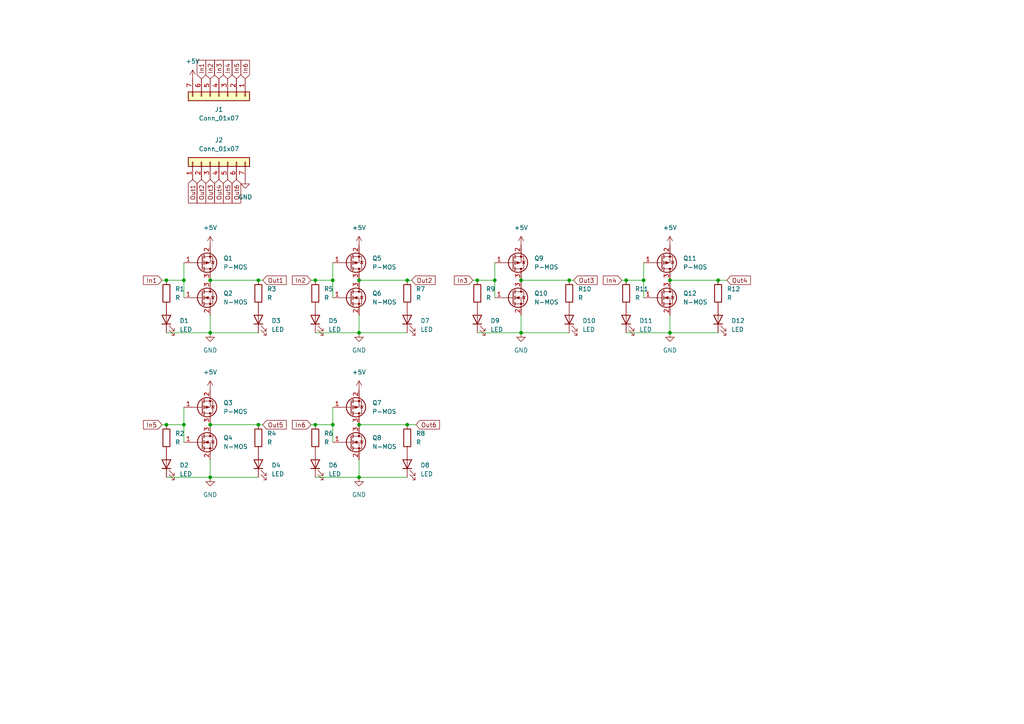
<source format=kicad_sch>
(kicad_sch (version 20211123) (generator eeschema)
  (paper "A4")
  (lib_symbols
    (symbol "Connector_Generic:Conn_01x07" (pin_names (offset 1.016) hide)
      (property "Reference" "J" (at 0 10.16 0))
      (property "Value" "Conn_01x07" (at 0 -10.16 0))
      (symbol "Conn_01x07_1_1"
        (rectangle (start -1.27 -7.493) (end 0 -7.747) (stroke (width 0.1524)))
        (rectangle (start -1.27 -4.953) (end 0 -5.207) (stroke (width 0.1524)))
        (rectangle (start -1.27 -2.413) (end 0 -2.667) (stroke (width 0.1524)))
        (rectangle (start -1.27 0.127) (end 0 -0.127) (stroke (width 0.1524)))
        (rectangle (start -1.27 2.667) (end 0 2.413) (stroke (width 0.1524)))
        (rectangle (start -1.27 5.207) (end 0 4.953) (stroke (width 0.1524)))
        (rectangle (start -1.27 7.747) (end 0 7.493) (stroke (width 0.1524)))
        (rectangle (start -1.27 8.89) (end 1.27 -8.89) (stroke (width 0.254)) (fill (type background)))
        (pin passive line (at -5.08 7.62 0) (length 3.81) (name "Pin_1") (number "1"))
        (pin passive line (at -5.08 5.08 0) (length 3.81) (name "Pin_2") (number "2"))
        (pin passive line (at -5.08 2.54 0) (length 3.81) (name "Pin_3") (number "3"))
        (pin passive line (at -5.08 0 0) (length 3.81) (name "Pin_4") (number "4"))
        (pin passive line (at -5.08 -2.54 0) (length 3.81) (name "Pin_5") (number "5"))
        (pin passive line (at -5.08 -5.08 0) (length 3.81) (name "Pin_6") (number "6"))
        (pin passive line (at -5.08 -7.62 0) (length 3.81) (name "Pin_7") (number "7"))
      )
    )
    (symbol "Device:LED" (pin_numbers hide) (pin_names (offset 1.016) hide)
      (property "Reference" "D" (at 0 2.54 0))
      (property "Value" "LED" (at 0 -2.54 0))
      (symbol "LED_0_1"
        (polyline (pts (xy -1.27 -1.27) (xy -1.27 1.27)) (stroke (width 0.254)))
        (polyline (pts (xy -1.27 0) (xy 1.27 0)))
        (polyline (pts (xy 1.27 -1.27) (xy 1.27 1.27) (xy -1.27 0) (xy 1.27 -1.27)) (stroke (width 0.254)))
        (polyline (pts (xy -3.048 -0.762) (xy -4.572 -2.286) (xy -3.81 -2.286) (xy -4.572 -2.286) (xy -4.572 -1.524)))
        (polyline (pts (xy -1.778 -0.762) (xy -3.302 -2.286) (xy -2.54 -2.286) (xy -3.302 -2.286) (xy -3.302 -1.524)))
      )
      (symbol "LED_1_1"
        (pin passive line (at -3.81 0 0) (length 2.54) (name "K") (number "1"))
        (pin passive line (at 3.81 0 180) (length 2.54) (name "A") (number "2"))
      )
    )
    (symbol "Device:R" (pin_numbers hide) (pin_names (offset 0))
      (property "Reference" "R" (at 2.032 0 90))
      (property "Value" "R" (at 0 0 90))
      (symbol "R_0_1"
        (rectangle (start -1.016 -2.54) (end 1.016 2.54) (stroke (width 0.254)))
      )
      (symbol "R_1_1"
        (pin passive line (at 0 3.81 270) (length 1.27) (name "~") (number "1"))
        (pin passive line (at 0 -3.81 90) (length 1.27) (name "~") (number "2"))
      )
    )
    (symbol "mos_sym:N-MOS" (pin_names hide)
      (property "Reference" "Q" (at 5.08 1.905 0))
      (property "Value" "N-MOS" (at 5.08 0 0))
      (symbol "N-MOS_0_1"
        (polyline (pts (xy 0.254 0) (xy -2.54 0)))
        (polyline (pts (xy 0.254 1.905) (xy 0.254 -1.905)) (stroke (width 0.254)))
        (polyline (pts (xy 0.762 -1.27) (xy 0.762 -2.286)) (stroke (width 0.254)))
        (polyline (pts (xy 0.762 0.508) (xy 0.762 -0.508)) (stroke (width 0.254)))
        (polyline (pts (xy 0.762 2.286) (xy 0.762 1.27)) (stroke (width 0.254)))
        (polyline (pts (xy 2.54 2.54) (xy 2.54 1.778)))
        (polyline (pts (xy 2.54 -2.54) (xy 2.54 0) (xy 0.762 0)))
        (polyline (pts (xy 0.762 -1.778) (xy 3.302 -1.778) (xy 3.302 1.778) (xy 0.762 1.778)))
        (polyline (pts (xy 1.016 0) (xy 2.032 0.381) (xy 2.032 -0.381) (xy 1.016 0)) (fill (type outline)))
        (polyline (pts (xy 2.794 0.508) (xy 2.921 0.381) (xy 3.683 0.381) (xy 3.81 0.254)))
        (polyline (pts (xy 3.302 0.381) (xy 2.921 -0.254) (xy 3.683 -0.254) (xy 3.302 0.381)))
        (circle (center 1.651 0) (radius 2.794) (stroke (width 0.254)))
        (circle (center 2.54 -1.778) (radius 0.254) (fill (type outline)))
        (circle (center 2.54 1.778) (radius 0.254) (fill (type outline)))
      )
      (symbol "N-MOS_1_1"
        (pin input line (at -5.08 0 0) (length 2.54) (name "G") (number "1"))
        (pin passive line (at 2.54 -5.08 90) (length 2.54) (name "S") (number "2"))
        (pin passive line (at 2.54 5.08 270) (length 2.54) (name "D") (number "3"))
      )
    )
    (symbol "mos_sym:P-MOS" (pin_names hide)
      (property "Reference" "Q" (at 5.08 1.905 0))
      (property "Value" "P-MOS" (at 5.08 0 0))
      (symbol "P-MOS_0_1"
        (polyline (pts (xy 0.254 0) (xy -2.54 0)))
        (polyline (pts (xy 0.254 1.905) (xy 0.254 -1.905)) (stroke (width 0.254)))
        (polyline (pts (xy 0.762 -1.27) (xy 0.762 -2.286)) (stroke (width 0.254)))
        (polyline (pts (xy 0.762 0.508) (xy 0.762 -0.508)) (stroke (width 0.254)))
        (polyline (pts (xy 0.762 2.286) (xy 0.762 1.27)) (stroke (width 0.254)))
        (polyline (pts (xy 2.54 2.54) (xy 2.54 1.778)))
        (polyline (pts (xy 2.54 -2.54) (xy 2.54 0) (xy 0.762 0)))
        (polyline (pts (xy 0.762 1.778) (xy 3.302 1.778) (xy 3.302 -1.778) (xy 0.762 -1.778)))
        (polyline (pts (xy 2.286 0) (xy 1.27 0.381) (xy 1.27 -0.381) (xy 2.286 0)) (fill (type outline)))
        (polyline (pts (xy 2.794 -0.508) (xy 2.921 -0.381) (xy 3.683 -0.381) (xy 3.81 -0.254)))
        (polyline (pts (xy 3.302 -0.381) (xy 2.921 0.254) (xy 3.683 0.254) (xy 3.302 -0.381)))
        (circle (center 1.651 0) (radius 2.794) (stroke (width 0.254)))
        (circle (center 2.54 -1.778) (radius 0.254) (fill (type outline)))
        (circle (center 2.54 1.778) (radius 0.254) (fill (type outline)))
      )
      (symbol "P-MOS_1_1"
        (pin input line (at -5.08 0 0) (length 2.54) (name "G") (number "1"))
        (pin passive line (at 2.54 -5.08 90) (length 2.54) (name "S") (number "2"))
        (pin passive line (at 2.54 5.08 270) (length 2.54) (name "D") (number "3"))
      )
    )
    (symbol "power:+5V" (power) (pin_names (offset 0))
      (property "Value" "+5V" (at 0 3.556 0))
      (symbol "+5V_0_1"
        (polyline (pts (xy -0.762 1.27) (xy 0 2.54)))
        (polyline (pts (xy 0 0) (xy 0 2.54)))
        (polyline (pts (xy 0 2.54) (xy 0.762 1.27)))
      )
      (symbol "+5V_1_1"
        (pin power_in line (at 0 0 90) (length 0) hide (name "+5V") (number "1"))
      )
    )
    (symbol "power:GND" (power) (pin_names (offset 0))
      (property "Value" "GND" (at 0 -3.81 0))
      (symbol "GND_0_1"
        (polyline (pts (xy 0 0) (xy 0 -1.27) (xy 1.27 -1.27) (xy 0 -2.54) (xy -1.27 -1.27) (xy 0 -1.27)))
      )
      (symbol "GND_1_1"
        (pin power_in line (at 0 0 270) (length 0) hide (name "GND") (number "1"))
      )
    )
  )
  (junction (at 53.34 123.19))
  (junction (at 118.11 123.19))
  (junction (at 151.13 81.28))
  (junction (at 91.44 81.28))
  (junction (at 60.96 138.43))
  (junction (at 96.52 123.19))
  (junction (at 74.93 81.28))
  (junction (at 104.14 123.19))
  (junction (at 104.14 81.28))
  (junction (at 138.43 81.28))
  (junction (at 194.31 96.52))
  (junction (at 104.14 96.52))
  (junction (at 96.52 81.28))
  (junction (at 48.26 81.28))
  (junction (at 74.93 123.19))
  (junction (at 48.26 123.19))
  (junction (at 151.13 96.52))
  (junction (at 186.69 81.28))
  (junction (at 91.44 123.19))
  (junction (at 60.96 81.28))
  (junction (at 181.61 81.28))
  (junction (at 165.1 81.28))
  (junction (at 60.96 123.19))
  (junction (at 143.51 81.28))
  (junction (at 194.31 81.28))
  (junction (at 208.28 81.28))
  (junction (at 60.96 96.52))
  (junction (at 53.34 81.28))
  (junction (at 118.11 81.28))
  (junction (at 104.14 138.43))
  (wire (pts (xy 104.14 91.44) (xy 104.14 96.52)))
  (wire (pts (xy 60.96 81.28) (xy 74.93 81.28)))
  (wire (pts (xy 46.99 123.19) (xy 48.26 123.19)))
  (wire (pts (xy 151.13 91.44) (xy 151.13 96.52)))
  (wire (pts (xy 137.16 81.28) (xy 138.43 81.28)))
  (wire (pts (xy 46.99 81.28) (xy 48.26 81.28)))
  (wire (pts (xy 60.96 123.19) (xy 74.93 123.19)))
  (wire (pts (xy 180.34 81.28) (xy 181.61 81.28)))
  (wire (pts (xy 76.2 81.28) (xy 74.93 81.28)))
  (wire (pts (xy 53.34 118.11) (xy 53.34 123.19)))
  (wire (pts (xy 90.17 123.19) (xy 91.44 123.19)))
  (wire (pts (xy 119.38 81.28) (xy 118.11 81.28)))
  (wire (pts (xy 194.31 96.52) (xy 208.28 96.52)))
  (wire (pts (xy 210.82 81.28) (xy 208.28 81.28)))
  (wire (pts (xy 138.43 96.52) (xy 151.13 96.52)))
  (wire (pts (xy 104.14 96.52) (xy 118.11 96.52)))
  (wire (pts (xy 91.44 96.52) (xy 104.14 96.52)))
  (wire (pts (xy 166.37 81.28) (xy 165.1 81.28)))
  (wire (pts (xy 186.69 76.2) (xy 186.69 81.28)))
  (wire (pts (xy 104.14 138.43) (xy 118.11 138.43)))
  (wire (pts (xy 53.34 123.19) (xy 53.34 128.27)))
  (wire (pts (xy 120.65 123.19) (xy 118.11 123.19)))
  (wire (pts (xy 104.14 81.28) (xy 118.11 81.28)))
  (wire (pts (xy 104.14 133.35) (xy 104.14 138.43)))
  (wire (pts (xy 96.52 118.11) (xy 96.52 123.19)))
  (wire (pts (xy 76.2 123.19) (xy 74.93 123.19)))
  (wire (pts (xy 91.44 81.28) (xy 96.52 81.28)))
  (wire (pts (xy 60.96 138.43) (xy 74.93 138.43)))
  (wire (pts (xy 96.52 123.19) (xy 96.52 128.27)))
  (wire (pts (xy 138.43 81.28) (xy 143.51 81.28)))
  (wire (pts (xy 194.31 81.28) (xy 208.28 81.28)))
  (wire (pts (xy 96.52 81.28) (xy 96.52 86.36)))
  (wire (pts (xy 194.31 91.44) (xy 194.31 96.52)))
  (wire (pts (xy 60.96 96.52) (xy 74.93 96.52)))
  (wire (pts (xy 104.14 123.19) (xy 118.11 123.19)))
  (wire (pts (xy 53.34 76.2) (xy 53.34 81.28)))
  (wire (pts (xy 91.44 138.43) (xy 104.14 138.43)))
  (wire (pts (xy 181.61 96.52) (xy 194.31 96.52)))
  (wire (pts (xy 90.17 81.28) (xy 91.44 81.28)))
  (wire (pts (xy 143.51 81.28) (xy 143.51 86.36)))
  (wire (pts (xy 143.51 76.2) (xy 143.51 81.28)))
  (wire (pts (xy 151.13 96.52) (xy 165.1 96.52)))
  (wire (pts (xy 48.26 96.52) (xy 60.96 96.52)))
  (wire (pts (xy 151.13 81.28) (xy 165.1 81.28)))
  (wire (pts (xy 53.34 81.28) (xy 53.34 86.36)))
  (wire (pts (xy 181.61 81.28) (xy 186.69 81.28)))
  (wire (pts (xy 48.26 123.19) (xy 53.34 123.19)))
  (wire (pts (xy 48.26 138.43) (xy 60.96 138.43)))
  (wire (pts (xy 186.69 81.28) (xy 186.69 86.36)))
  (wire (pts (xy 96.52 76.2) (xy 96.52 81.28)))
  (wire (pts (xy 91.44 123.19) (xy 96.52 123.19)))
  (wire (pts (xy 60.96 91.44) (xy 60.96 96.52)))
  (wire (pts (xy 60.96 133.35) (xy 60.96 138.43)))
  (wire (pts (xy 48.26 81.28) (xy 53.34 81.28)))
  (global_label "Out6" (shape input) (at 120.65 123.19 0) (property "Intersheet References" "${INTERSHEET_REFS}" (effects hide)))
  (global_label "In4" (shape input) (at 180.34 81.28 180) (property "Intersheet References" "${INTERSHEET_REFS}" (effects hide)))
  (global_label "In2" (shape input) (at 60.96 22.86 90) (property "Intersheet References" "${INTERSHEET_REFS}" (effects hide)))
  (global_label "Out2" (shape input) (at 119.38 81.28 0) (property "Intersheet References" "${INTERSHEET_REFS}" (effects hide)))
  (global_label "In3" (shape input) (at 137.16 81.28 180) (property "Intersheet References" "${INTERSHEET_REFS}" (effects hide)))
  (global_label "Out3" (shape input) (at 166.37 81.28 0) (property "Intersheet References" "${INTERSHEET_REFS}" (effects hide)))
  (global_label "In3" (shape input) (at 63.5 22.86 90) (property "Intersheet References" "${INTERSHEET_REFS}" (effects hide)))
  (global_label "In6" (shape input) (at 90.17 123.19 180) (property "Intersheet References" "${INTERSHEET_REFS}" (effects hide)))
  (global_label "Out2" (shape input) (at 58.42 52.07 270) (property "Intersheet References" "${INTERSHEET_REFS}" (effects hide)))
  (global_label "In4" (shape input) (at 66.04 22.86 90) (property "Intersheet References" "${INTERSHEET_REFS}" (effects hide)))
  (global_label "Out4" (shape input) (at 210.82 81.28 0) (property "Intersheet References" "${INTERSHEET_REFS}" (effects hide)))
  (global_label "Out6" (shape input) (at 68.58 52.07 270) (property "Intersheet References" "${INTERSHEET_REFS}" (effects hide)))
  (global_label "In2" (shape input) (at 90.17 81.28 180) (property "Intersheet References" "${INTERSHEET_REFS}" (effects hide)))
  (global_label "In6" (shape input) (at 71.12 22.86 90) (property "Intersheet References" "${INTERSHEET_REFS}" (effects hide)))
  (global_label "Out3" (shape input) (at 60.96 52.07 270) (property "Intersheet References" "${INTERSHEET_REFS}" (effects hide)))
  (global_label "In1" (shape input) (at 46.99 81.28 180) (property "Intersheet References" "${INTERSHEET_REFS}" (effects hide)))
  (global_label "Out5" (shape input) (at 66.04 52.07 270) (property "Intersheet References" "${INTERSHEET_REFS}" (effects hide)))
  (global_label "In5" (shape input) (at 46.99 123.19 180) (property "Intersheet References" "${INTERSHEET_REFS}" (effects hide)))
  (global_label "In1" (shape input) (at 58.42 22.86 90) (property "Intersheet References" "${INTERSHEET_REFS}" (effects hide)))
  (global_label "Out4" (shape input) (at 63.5 52.07 270) (property "Intersheet References" "${INTERSHEET_REFS}" (effects hide)))
  (global_label "In5" (shape input) (at 68.58 22.86 90) (property "Intersheet References" "${INTERSHEET_REFS}" (effects hide)))
  (global_label "Out5" (shape input) (at 76.2 123.19 0) (property "Intersheet References" "${INTERSHEET_REFS}" (effects hide)))
  (global_label "Out1" (shape input) (at 76.2 81.28 0) (property "Intersheet References" "${INTERSHEET_REFS}" (effects hide)))
  (global_label "Out1" (shape input) (at 55.88 52.07 270) (property "Intersheet References" "${INTERSHEET_REFS}" (effects hide)))
  (symbol (lib_id "Device:R") (at 48.26 127 0) (unit 1)
    (property "Reference" "R2" (at 50.8 125.7299 0) (effects (justify left)))
    (property "Value" "R" (at 50.8 128.2699 0) (effects (justify left)))
    (property "Footprint" "Resistor_SMD:R_0805_2012Metric" (effects hide))
  )
  (symbol (lib_id "Device:R") (at 208.28 85.09 0) (unit 1)
    (property "Reference" "R12" (at 210.82 83.8199 0) (effects (justify left)))
    (property "Value" "R" (at 210.82 86.3599 0) (effects (justify left)))
    (property "Footprint" "Resistor_SMD:R_0805_2012Metric" (effects hide))
  )
  (symbol (lib_id "Connector_Generic:Conn_01x07") (at 63.5 46.99 90) (unit 1)
    (property "Reference" "J2" (at 63.5 40.64 90))
    (property "Value" "Conn_01x07" (at 63.5 43.18 90))
    (property "Footprint" "Connector_PinHeader_2.54mm:PinHeader_1x07_P2.54mm_Vertical" (effects hide))
  )
  (symbol (lib_id "Device:R") (at 118.11 85.09 0) (unit 1)
    (property "Reference" "R7" (at 120.65 83.8199 0) (effects (justify left)))
    (property "Value" "R" (at 120.65 86.3599 0) (effects (justify left)))
    (property "Footprint" "Resistor_SMD:R_0805_2012Metric" (effects hide))
  )
  (symbol (lib_id "Device:LED") (at 165.1 92.71 90) (unit 1)
    (property "Reference" "D10" (at 168.91 93.0274 90) (effects (justify right)))
    (property "Value" "LED" (at 168.91 95.5674 90) (effects (justify right)))
    (property "Footprint" "LED_SMD:LED_0805_2012Metric" (effects hide))
  )
  (symbol (lib_id "power:+5V") (at 104.14 113.03 0) (unit 1)
    (property "Reference" "#PWR09" (effects hide))
    (property "Value" "+5V" (at 104.14 107.95 0))
  )
  (symbol (lib_id "Device:LED") (at 138.43 92.71 90) (unit 1)
    (property "Reference" "D9" (at 142.24 93.0274 90) (effects (justify right)))
    (property "Value" "LED" (at 142.24 95.5674 90) (effects (justify right)))
    (property "Footprint" "LED_SMD:LED_0805_2012Metric" (effects hide))
  )
  (symbol (lib_id "power:+5V") (at 194.31 71.12 0) (unit 1)
    (property "Reference" "#PWR013" (effects hide))
    (property "Value" "+5V" (at 194.31 66.04 0))
  )
  (symbol (lib_id "Device:R") (at 138.43 85.09 0) (unit 1)
    (property "Reference" "R9" (at 140.97 83.8199 0) (effects (justify left)))
    (property "Value" "R" (at 140.97 86.3599 0) (effects (justify left)))
    (property "Footprint" "Resistor_SMD:R_0805_2012Metric" (effects hide))
  )
  (symbol (lib_id "power:+5V") (at 55.88 22.86 0) (unit 1)
    (property "Reference" "#PWR01" (effects hide))
    (property "Value" "+5V" (at 55.88 17.78 0))
  )
  (symbol (lib_id "Connector_Generic:Conn_01x07") (at 63.5 27.94 270) (unit 1)
    (property "Reference" "J1" (at 63.5 31.75 90))
    (property "Value" "Conn_01x07" (at 63.5 34.29 90))
    (property "Footprint" "Connector_PinHeader_2.54mm:PinHeader_1x07_P2.54mm_Vertical" (effects hide))
  )
  (symbol (lib_id "mos_sym:P-MOS") (at 148.59 76.2 0) (mirror x) (unit 1)
    (property "Reference" "Q9" (at 154.94 74.9299 0) (effects (justify left)))
    (property "Value" "P-MOS" (at 154.94 77.4699 0) (effects (justify left)))
    (property "Footprint" "Package_TO_SOT_SMD:SOT-23" (effects hide))
  )
  (symbol (lib_id "mos_sym:N-MOS") (at 58.42 86.36 0) (unit 1)
    (property "Reference" "Q2" (at 64.77 85.0899 0) (effects (justify left)))
    (property "Value" "N-MOS" (at 64.77 87.6299 0) (effects (justify left)))
    (property "Footprint" "Package_TO_SOT_SMD:SOT-23" (effects hide))
  )
  (symbol (lib_id "Device:R") (at 48.26 85.09 0) (unit 1)
    (property "Reference" "R1" (at 50.8 83.8199 0) (effects (justify left)))
    (property "Value" "R" (at 50.8 86.3599 0) (effects (justify left)))
    (property "Footprint" "Resistor_SMD:R_0805_2012Metric" (effects hide))
  )
  (symbol (lib_id "power:GND") (at 71.12 52.07 0) (unit 1)
    (property "Reference" "#PWR06" (effects hide))
    (property "Value" "GND" (at 71.12 57.15 0))
  )
  (symbol (lib_id "Device:LED") (at 48.26 92.71 90) (unit 1)
    (property "Reference" "D1" (at 52.07 93.0274 90) (effects (justify right)))
    (property "Value" "LED" (at 52.07 95.5674 90) (effects (justify right)))
    (property "Footprint" "LED_SMD:LED_0805_2012Metric" (effects hide))
  )
  (symbol (lib_id "mos_sym:P-MOS") (at 191.77 76.2 0) (mirror x) (unit 1)
    (property "Reference" "Q11" (at 198.12 74.9299 0) (effects (justify left)))
    (property "Value" "P-MOS" (at 198.12 77.4699 0) (effects (justify left)))
    (property "Footprint" "Package_TO_SOT_SMD:SOT-23" (effects hide))
  )
  (symbol (lib_id "Device:LED") (at 91.44 92.71 90) (unit 1)
    (property "Reference" "D5" (at 95.25 93.0274 90) (effects (justify right)))
    (property "Value" "LED" (at 95.25 95.5674 90) (effects (justify right)))
    (property "Footprint" "LED_SMD:LED_0805_2012Metric" (effects hide))
  )
  (symbol (lib_id "mos_sym:P-MOS") (at 101.6 76.2 0) (mirror x) (unit 1)
    (property "Reference" "Q5" (at 107.95 74.9299 0) (effects (justify left)))
    (property "Value" "P-MOS" (at 107.95 77.4699 0) (effects (justify left)))
    (property "Footprint" "Package_TO_SOT_SMD:SOT-23" (effects hide))
  )
  (symbol (lib_id "Device:LED") (at 208.28 92.71 90) (unit 1)
    (property "Reference" "D12" (at 212.09 93.0274 90) (effects (justify right)))
    (property "Value" "LED" (at 212.09 95.5674 90) (effects (justify right)))
    (property "Footprint" "LED_SMD:LED_0805_2012Metric" (effects hide))
  )
  (symbol (lib_id "power:+5V") (at 151.13 71.12 0) (unit 1)
    (property "Reference" "#PWR011" (effects hide))
    (property "Value" "+5V" (at 151.13 66.04 0))
  )
  (symbol (lib_id "mos_sym:N-MOS") (at 58.42 128.27 0) (unit 1)
    (property "Reference" "Q4" (at 64.77 126.9999 0) (effects (justify left)))
    (property "Value" "N-MOS" (at 64.77 129.5399 0) (effects (justify left)))
    (property "Footprint" "Package_TO_SOT_SMD:SOT-23" (effects hide))
  )
  (symbol (lib_id "power:+5V") (at 60.96 71.12 0) (unit 1)
    (property "Reference" "#PWR02" (effects hide))
    (property "Value" "+5V" (at 60.96 66.04 0))
  )
  (symbol (lib_id "mos_sym:N-MOS") (at 191.77 86.36 0) (unit 1)
    (property "Reference" "Q12" (at 198.12 85.0899 0) (effects (justify left)))
    (property "Value" "N-MOS" (at 198.12 87.6299 0) (effects (justify left)))
    (property "Footprint" "Package_TO_SOT_SMD:SOT-23" (effects hide))
  )
  (symbol (lib_id "mos_sym:N-MOS") (at 101.6 86.36 0) (unit 1)
    (property "Reference" "Q6" (at 107.95 85.0899 0) (effects (justify left)))
    (property "Value" "N-MOS" (at 107.95 87.6299 0) (effects (justify left)))
    (property "Footprint" "Package_TO_SOT_SMD:SOT-23" (effects hide))
  )
  (symbol (lib_id "power:GND") (at 60.96 96.52 0) (unit 1)
    (property "Reference" "#PWR03" (effects hide))
    (property "Value" "GND" (at 60.96 101.6 0))
  )
  (symbol (lib_id "power:+5V") (at 104.14 71.12 0) (unit 1)
    (property "Reference" "#PWR07" (effects hide))
    (property "Value" "+5V" (at 104.14 66.04 0))
  )
  (symbol (lib_id "Device:LED") (at 48.26 134.62 90) (unit 1)
    (property "Reference" "D2" (at 52.07 134.9374 90) (effects (justify right)))
    (property "Value" "LED" (at 52.07 137.4774 90) (effects (justify right)))
    (property "Footprint" "LED_SMD:LED_0805_2012Metric" (effects hide))
  )
  (symbol (lib_id "Device:R") (at 91.44 85.09 0) (unit 1)
    (property "Reference" "R5" (at 93.98 83.8199 0) (effects (justify left)))
    (property "Value" "R" (at 93.98 86.3599 0) (effects (justify left)))
    (property "Footprint" "Resistor_SMD:R_0805_2012Metric" (effects hide))
  )
  (symbol (lib_id "Device:LED") (at 118.11 92.71 90) (unit 1)
    (property "Reference" "D7" (at 121.92 93.0274 90) (effects (justify right)))
    (property "Value" "LED" (at 121.92 95.5674 90) (effects (justify right)))
    (property "Footprint" "LED_SMD:LED_0805_2012Metric" (effects hide))
  )
  (symbol (lib_id "Device:R") (at 74.93 85.09 0) (unit 1)
    (property "Reference" "R3" (at 77.47 83.8199 0) (effects (justify left)))
    (property "Value" "R" (at 77.47 86.3599 0) (effects (justify left)))
    (property "Footprint" "Resistor_SMD:R_0805_2012Metric" (effects hide))
  )
  (symbol (lib_id "power:GND") (at 60.96 138.43 0) (unit 1)
    (property "Reference" "#PWR05" (effects hide))
    (property "Value" "GND" (at 60.96 143.51 0))
  )
  (symbol (lib_id "power:+5V") (at 60.96 113.03 0) (unit 1)
    (property "Reference" "#PWR04" (effects hide))
    (property "Value" "+5V" (at 60.96 107.95 0))
  )
  (symbol (lib_id "Device:R") (at 165.1 85.09 0) (unit 1)
    (property "Reference" "R10" (at 167.64 83.8199 0) (effects (justify left)))
    (property "Value" "R" (at 167.64 86.3599 0) (effects (justify left)))
    (property "Footprint" "Resistor_SMD:R_0805_2012Metric" (effects hide))
  )
  (symbol (lib_id "mos_sym:P-MOS") (at 101.6 118.11 0) (mirror x) (unit 1)
    (property "Reference" "Q7" (at 107.95 116.8399 0) (effects (justify left)))
    (property "Value" "P-MOS" (at 107.95 119.3799 0) (effects (justify left)))
    (property "Footprint" "Package_TO_SOT_SMD:SOT-23" (effects hide))
  )
  (symbol (lib_id "mos_sym:N-MOS") (at 101.6 128.27 0) (unit 1)
    (property "Reference" "Q8" (at 107.95 126.9999 0) (effects (justify left)))
    (property "Value" "N-MOS" (at 107.95 129.5399 0) (effects (justify left)))
    (property "Footprint" "Package_TO_SOT_SMD:SOT-23" (effects hide))
  )
  (symbol (lib_id "power:GND") (at 151.13 96.52 0) (unit 1)
    (property "Reference" "#PWR012" (effects hide))
    (property "Value" "GND" (at 151.13 101.6 0))
  )
  (symbol (lib_id "power:GND") (at 104.14 138.43 0) (unit 1)
    (property "Reference" "#PWR010" (effects hide))
    (property "Value" "GND" (at 104.14 143.51 0))
  )
  (symbol (lib_id "Device:R") (at 181.61 85.09 0) (unit 1)
    (property "Reference" "R11" (at 184.15 83.8199 0) (effects (justify left)))
    (property "Value" "R" (at 184.15 86.3599 0) (effects (justify left)))
    (property "Footprint" "Resistor_SMD:R_0805_2012Metric" (effects hide))
  )
  (symbol (lib_id "mos_sym:P-MOS") (at 58.42 118.11 0) (mirror x) (unit 1)
    (property "Reference" "Q3" (at 64.77 116.8399 0) (effects (justify left)))
    (property "Value" "P-MOS" (at 64.77 119.3799 0) (effects (justify left)))
    (property "Footprint" "Package_TO_SOT_SMD:SOT-23" (effects hide))
  )
  (symbol (lib_id "Device:R") (at 74.93 127 0) (unit 1)
    (property "Reference" "R4" (at 77.47 125.7299 0) (effects (justify left)))
    (property "Value" "R" (at 77.47 128.2699 0) (effects (justify left)))
    (property "Footprint" "Resistor_SMD:R_0805_2012Metric" (effects hide))
  )
  (symbol (lib_id "Device:LED") (at 181.61 92.71 90) (unit 1)
    (property "Reference" "D11" (at 185.42 93.0274 90) (effects (justify right)))
    (property "Value" "LED" (at 185.42 95.5674 90) (effects (justify right)))
    (property "Footprint" "LED_SMD:LED_0805_2012Metric" (effects hide))
  )
  (symbol (lib_id "mos_sym:N-MOS") (at 148.59 86.36 0) (unit 1)
    (property "Reference" "Q10" (at 154.94 85.0899 0) (effects (justify left)))
    (property "Value" "N-MOS" (at 154.94 87.6299 0) (effects (justify left)))
    (property "Footprint" "Package_TO_SOT_SMD:SOT-23" (effects hide))
  )
  (symbol (lib_id "mos_sym:P-MOS") (at 58.42 76.2 0) (mirror x) (unit 1)
    (property "Reference" "Q1" (at 64.77 74.9299 0) (effects (justify left)))
    (property "Value" "P-MOS" (at 64.77 77.4699 0) (effects (justify left)))
    (property "Footprint" "Package_TO_SOT_SMD:SOT-23" (effects hide))
  )
  (symbol (lib_id "Device:R") (at 118.11 127 0) (unit 1)
    (property "Reference" "R8" (at 120.65 125.7299 0) (effects (justify left)))
    (property "Value" "R" (at 120.65 128.2699 0) (effects (justify left)))
    (property "Footprint" "Resistor_SMD:R_0805_2012Metric" (effects hide))
  )
  (symbol (lib_id "Device:R") (at 91.44 127 0) (unit 1)
    (property "Reference" "R6" (at 93.98 125.7299 0) (effects (justify left)))
    (property "Value" "R" (at 93.98 128.2699 0) (effects (justify left)))
    (property "Footprint" "Resistor_SMD:R_0805_2012Metric" (effects hide))
  )
  (symbol (lib_id "power:GND") (at 104.14 96.52 0) (unit 1)
    (property "Reference" "#PWR08" (effects hide))
    (property "Value" "GND" (at 104.14 101.6 0))
  )
  (symbol (lib_id "power:GND") (at 194.31 96.52 0) (unit 1)
    (property "Reference" "#PWR014" (effects hide))
    (property "Value" "GND" (at 194.31 101.6 0))
  )
  (symbol (lib_id "Device:LED") (at 74.93 92.71 90) (unit 1)
    (property "Reference" "D3" (at 78.74 93.0274 90) (effects (justify right)))
    (property "Value" "LED" (at 78.74 95.5674 90) (effects (justify right)))
    (property "Footprint" "LED_SMD:LED_0805_2012Metric" (effects hide))
  )
  (symbol (lib_id "Device:LED") (at 91.44 134.62 90) (unit 1)
    (property "Reference" "D6" (at 95.25 134.9374 90) (effects (justify right)))
    (property "Value" "LED" (at 95.25 137.4774 90) (effects (justify right)))
    (property "Footprint" "LED_SMD:LED_0805_2012Metric" (effects hide))
  )
  (symbol (lib_id "Device:LED") (at 118.11 134.62 90) (unit 1)
    (property "Reference" "D8" (at 121.92 134.9374 90) (effects (justify right)))
    (property "Value" "LED" (at 121.92 137.4774 90) (effects (justify right)))
    (property "Footprint" "LED_SMD:LED_0805_2012Metric" (effects hide))
  )
  (symbol (lib_id "Device:LED") (at 74.93 134.62 90) (unit 1)
    (property "Reference" "D4" (at 78.74 134.9374 90) (effects (justify right)))
    (property "Value" "LED" (at 78.74 137.4774 90) (effects (justify right)))
    (property "Footprint" "LED_SMD:LED_0805_2012Metric" (effects hide))
  )
)
</source>
